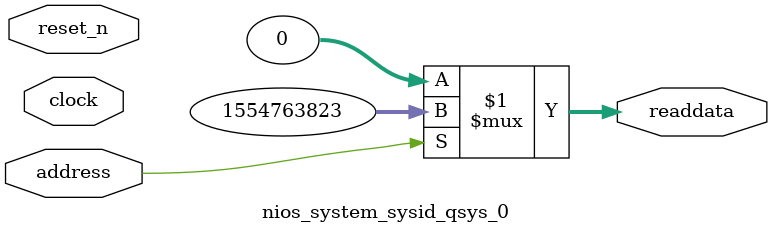
<source format=v>



// synthesis translate_off
`timescale 1ns / 1ps
// synthesis translate_on

// turn off superfluous verilog processor warnings 
// altera message_level Level1 
// altera message_off 10034 10035 10036 10037 10230 10240 10030 

module nios_system_sysid_qsys_0 (
               // inputs:
                address,
                clock,
                reset_n,

               // outputs:
                readdata
             )
;

  output  [ 31: 0] readdata;
  input            address;
  input            clock;
  input            reset_n;

  wire    [ 31: 0] readdata;
  //control_slave, which is an e_avalon_slave
  assign readdata = address ? 1554763823 : 0;

endmodule



</source>
